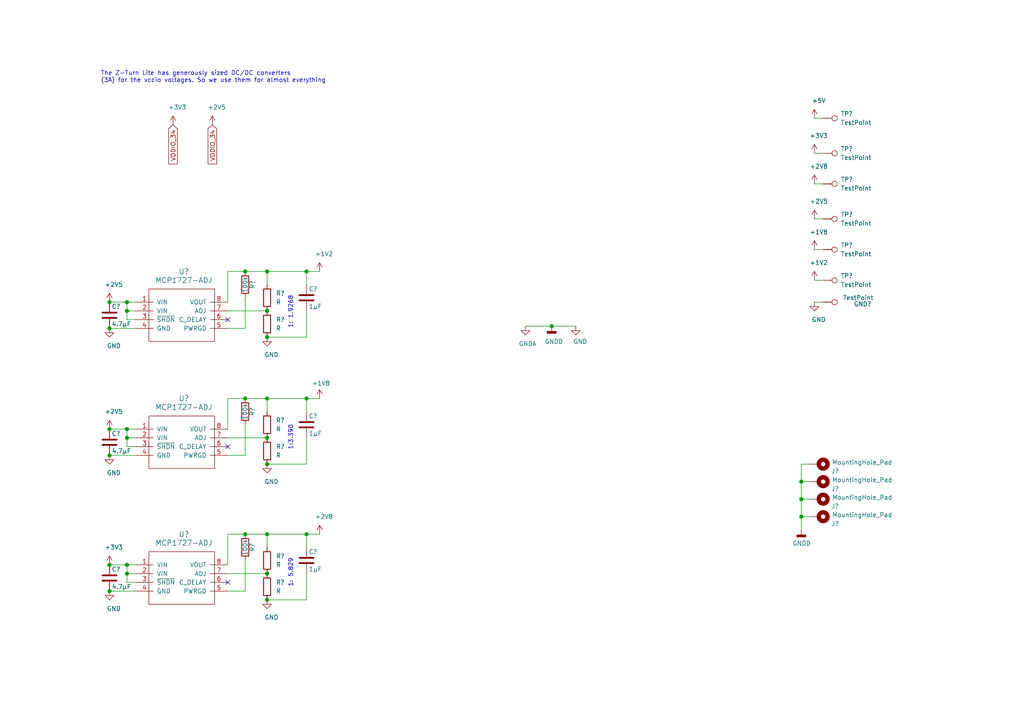
<source format=kicad_sch>
(kicad_sch (version 20201015) (generator eeschema)
  (paper "A4")
  (title_block (title "AXIOM Micro r2.1") (date "2021-01-18") (rev "2.1") (company "Apertus"))
  (lib_symbols
    (symbol "Connector:TestPoint" (pin_numbers hide) (pin_names (offset 0.762) hide)
      (property "Reference" "TP" (at 0 6.858 0))
      (property "Value" "TestPoint" (at 0 5.08 0))
      (symbol "TestPoint_0_1"
        (circle (center 0 3.302) (radius 0.762))
      )
      (symbol "TestPoint_1_1"
        (pin passive line (at 0 0 90) (length 2.54) (name "1") (number "1"))
      )
    )
    (symbol "Device:C" (pin_numbers hide) (pin_names (offset 0.254))
      (property "Reference" "C" (at 0.635 2.54 0))
      (property "Value" "C" (at 0.635 -2.54 0))
      (symbol "C_0_1"
        (polyline (pts (xy -2.032 -0.762) (xy 2.032 -0.762)) (stroke (width 0.508)))
        (polyline (pts (xy -2.032 0.762) (xy 2.032 0.762)) (stroke (width 0.508)))
      )
      (symbol "C_1_1"
        (pin passive line (at 0 3.81 270) (length 2.794) (name "~") (number "1"))
        (pin passive line (at 0 -3.81 90) (length 2.794) (name "~") (number "2"))
      )
    )
    (symbol "Device:R" (pin_numbers hide) (pin_names (offset 0))
      (property "Reference" "R" (at 2.032 0 90))
      (property "Value" "R" (at 0 0 90))
      (symbol "R_0_1"
        (rectangle (start -1.016 -2.54) (end 1.016 2.54) (stroke (width 0.254)))
      )
      (symbol "R_1_1"
        (pin passive line (at 0 3.81 270) (length 1.27) (name "~") (number "1"))
        (pin passive line (at 0 -3.81 90) (length 1.27) (name "~") (number "2"))
      )
    )
    (symbol "Mechanical:MountingHole_Pad" (pin_numbers hide) (pin_names (offset 1.016) hide)
      (property "Reference" "H" (at 0 6.35 0))
      (property "Value" "MountingHole_Pad" (at 0 4.445 0))
      (symbol "MountingHole_Pad_0_1"
        (circle (center 0 1.27) (radius 1.27) (stroke (width 1.27)))
      )
      (symbol "MountingHole_Pad_1_1"
        (pin input line (at 0 -2.54 90) (length 2.54) (name "1") (number "1"))
      )
    )
    (symbol "parts:MCP1727-ADJ" (pin_names (offset 1.016))
      (property "Reference" "U" (at 0 -8.89 0))
      (property "Value" "MCP1727-ADJ" (at 0 8.89 0))
      (symbol "MCP1727-ADJ_0_1"
        (rectangle (start -8.89 7.62) (end 10.16 -7.62))
      )
      (symbol "MCP1727-ADJ_1_1"
        (pin power_in line (at -12.7 3.81 0) (length 5.08) (name "VIN") (number "1"))
        (pin power_in line (at -12.7 1.27 0) (length 5.08) (name "VIN") (number "2"))
        (pin input line (at -12.7 -1.27 0) (length 5.08) (name "~SHDN") (number "3"))
        (pin power_in line (at -12.7 -3.81 0) (length 5.08) (name "GND") (number "4"))
        (pin output line (at 13.97 -3.81 180) (length 5.08) (name "PWRGD") (number "5"))
        (pin input line (at 13.97 -1.27 180) (length 5.08) (name "C_DELAY") (number "6"))
        (pin input line (at 13.97 1.27 180) (length 5.08) (name "ADJ") (number "7"))
        (pin power_out line (at 13.97 3.81 180) (length 5.08) (name "VOUT") (number "8"))
      )
    )
    (symbol "power:+1V2" (power) (pin_names (offset 0))
      (property "Value" "+1V2" (at 0 3.556 0))
      (symbol "+1V2_0_1"
        (polyline (pts (xy -0.762 1.27) (xy 0 2.54)))
        (polyline (pts (xy 0 0) (xy 0 2.54)))
        (polyline (pts (xy 0 2.54) (xy 0.762 1.27)))
      )
      (symbol "+1V2_1_1"
        (pin power_in line (at 0 0 90) (length 0) hide (name "+1V2") (number "1"))
      )
    )
    (symbol "power:+1V8" (power) (pin_names (offset 0))
      (property "Value" "+1V8" (at 0 3.556 0))
      (symbol "+1V8_0_1"
        (polyline (pts (xy -0.762 1.27) (xy 0 2.54)))
        (polyline (pts (xy 0 0) (xy 0 2.54)))
        (polyline (pts (xy 0 2.54) (xy 0.762 1.27)))
      )
      (symbol "+1V8_1_1"
        (pin power_in line (at 0 0 90) (length 0) hide (name "+1V8") (number "1"))
      )
    )
    (symbol "power:+2V5" (power) (pin_names (offset 0))
      (property "Value" "+2V5" (at 0 3.556 0))
      (symbol "+2V5_0_1"
        (polyline (pts (xy -0.762 1.27) (xy 0 2.54)))
        (polyline (pts (xy 0 0) (xy 0 2.54)))
        (polyline (pts (xy 0 2.54) (xy 0.762 1.27)))
      )
      (symbol "+2V5_1_1"
        (pin power_in line (at 0 0 90) (length 0) hide (name "+2V5") (number "1"))
      )
    )
    (symbol "power:+2V8" (power) (pin_names (offset 0))
      (property "Value" "+2V8" (at 0 3.556 0))
      (symbol "+2V8_0_1"
        (polyline (pts (xy -0.762 1.27) (xy 0 2.54)))
        (polyline (pts (xy 0 0) (xy 0 2.54)))
        (polyline (pts (xy 0 2.54) (xy 0.762 1.27)))
      )
      (symbol "+2V8_1_1"
        (pin power_in line (at 0 0 90) (length 0) hide (name "+2V8") (number "1"))
      )
    )
    (symbol "power:+3V3" (power) (pin_names (offset 0))
      (property "Value" "+3V3" (at 0 3.556 0))
      (symbol "+3V3_0_1"
        (polyline (pts (xy -0.762 1.27) (xy 0 2.54)))
        (polyline (pts (xy 0 0) (xy 0 2.54)))
        (polyline (pts (xy 0 2.54) (xy 0.762 1.27)))
      )
      (symbol "+3V3_1_1"
        (pin power_in line (at 0 0 90) (length 0) hide (name "+3V3") (number "1"))
      )
    )
    (symbol "power:+5V" (power) (pin_names (offset 0))
      (property "Value" "+5V" (at 0 3.556 0))
      (symbol "+5V_0_1"
        (polyline (pts (xy -0.762 1.27) (xy 0 2.54)))
        (polyline (pts (xy 0 0) (xy 0 2.54)))
        (polyline (pts (xy 0 2.54) (xy 0.762 1.27)))
      )
      (symbol "+5V_1_1"
        (pin power_in line (at 0 0 90) (length 0) hide (name "+5V") (number "1"))
      )
    )
    (symbol "power:GND" (power) (pin_names (offset 0))
      (property "Value" "GND" (at 0 -3.81 0))
      (symbol "GND_0_1"
        (polyline (pts (xy 0 0) (xy 0 -1.27) (xy 1.27 -1.27) (xy 0 -2.54) (xy -1.27 -1.27) (xy 0 -1.27)))
      )
      (symbol "GND_1_1"
        (pin power_in line (at 0 0 270) (length 0) hide (name "GND") (number "1"))
      )
    )
    (symbol "power:GNDA" (power) (pin_names (offset 0))
      (property "Value" "GNDA" (at 0 -3.81 0))
      (symbol "GNDA_0_1"
        (polyline (pts (xy 0 0) (xy 0 -1.27) (xy 1.27 -1.27) (xy 0 -2.54) (xy -1.27 -1.27) (xy 0 -1.27)))
      )
      (symbol "GNDA_1_1"
        (pin power_in line (at 0 0 270) (length 0) hide (name "GNDA") (number "1"))
      )
    )
    (symbol "power:GNDD" (power) (pin_names (offset 0))
      (property "Value" "GNDD" (at 0 -3.175 0))
      (symbol "GNDD_0_1"
        (rectangle (start -1.27 -1.524) (end 1.27 -2.032) (stroke (width 0.254)) (fill (type outline)))
        (polyline (pts (xy 0 0) (xy 0 -1.524)))
      )
      (symbol "GNDD_1_1"
        (pin power_in line (at 0 0 270) (length 0) hide (name "GNDD") (number "1"))
      )
    )
  )
  (junction (at 31.75 87.63) (diameter 1.016))
  (junction (at 31.75 95.25) (diameter 1.016))
  (junction (at 31.75 124.46) (diameter 1.016))
  (junction (at 31.75 132.08) (diameter 1.016))
  (junction (at 31.75 163.83) (diameter 1.016))
  (junction (at 31.75 171.45) (diameter 1.016))
  (junction (at 36.83 87.63) (diameter 1.016))
  (junction (at 36.83 90.17) (diameter 1.016))
  (junction (at 36.83 124.46) (diameter 1.016))
  (junction (at 36.83 127) (diameter 1.016))
  (junction (at 36.83 163.83) (diameter 1.016))
  (junction (at 36.83 166.37) (diameter 1.016))
  (junction (at 71.12 78.74) (diameter 1.016))
  (junction (at 71.12 115.57) (diameter 1.016))
  (junction (at 71.12 154.94) (diameter 1.016))
  (junction (at 77.47 78.74) (diameter 1.016))
  (junction (at 77.47 90.17) (diameter 1.016))
  (junction (at 77.47 97.79) (diameter 1.016))
  (junction (at 77.47 115.57) (diameter 1.016))
  (junction (at 77.47 127) (diameter 1.016))
  (junction (at 77.47 134.62) (diameter 1.016))
  (junction (at 77.47 154.94) (diameter 1.016))
  (junction (at 77.47 166.37) (diameter 1.016))
  (junction (at 77.47 173.99) (diameter 1.016))
  (junction (at 88.9 78.74) (diameter 1.016))
  (junction (at 88.9 115.57) (diameter 1.016))
  (junction (at 88.9 154.94) (diameter 1.016))
  (junction (at 160.02 94.615) (diameter 1.016))
  (junction (at 232.41 139.7) (diameter 1.016))
  (junction (at 232.41 144.78) (diameter 1.016))
  (junction (at 232.41 149.86) (diameter 1.016))
  (no_connect (at 66.04 92.71))
  (no_connect (at 66.04 129.54))
  (no_connect (at 66.04 168.91))
  (wire (pts (xy 31.75 87.63) (xy 36.83 87.63)))
  (wire (pts (xy 31.75 95.25) (xy 39.37 95.25)))
  (wire (pts (xy 31.75 124.46) (xy 36.83 124.46)))
  (wire (pts (xy 31.75 132.08) (xy 39.37 132.08)))
  (wire (pts (xy 31.75 163.83) (xy 36.83 163.83)))
  (wire (pts (xy 31.75 171.45) (xy 39.37 171.45)))
  (wire (pts (xy 36.83 87.63) (xy 36.83 90.17)))
  (wire (pts (xy 36.83 87.63) (xy 39.37 87.63)))
  (wire (pts (xy 36.83 90.17) (xy 36.83 92.71)))
  (wire (pts (xy 36.83 90.17) (xy 39.37 90.17)))
  (wire (pts (xy 36.83 92.71) (xy 39.37 92.71)))
  (wire (pts (xy 36.83 124.46) (xy 36.83 127)))
  (wire (pts (xy 36.83 124.46) (xy 39.37 124.46)))
  (wire (pts (xy 36.83 127) (xy 36.83 129.54)))
  (wire (pts (xy 36.83 127) (xy 39.37 127)))
  (wire (pts (xy 36.83 129.54) (xy 39.37 129.54)))
  (wire (pts (xy 36.83 163.83) (xy 36.83 166.37)))
  (wire (pts (xy 36.83 163.83) (xy 39.37 163.83)))
  (wire (pts (xy 36.83 166.37) (xy 36.83 168.91)))
  (wire (pts (xy 36.83 166.37) (xy 39.37 166.37)))
  (wire (pts (xy 36.83 168.91) (xy 39.37 168.91)))
  (wire (pts (xy 66.04 78.74) (xy 66.04 87.63)))
  (wire (pts (xy 66.04 78.74) (xy 71.12 78.74)))
  (wire (pts (xy 66.04 90.17) (xy 77.47 90.17)))
  (wire (pts (xy 66.04 95.25) (xy 71.12 95.25)))
  (wire (pts (xy 66.04 115.57) (xy 66.04 124.46)))
  (wire (pts (xy 66.04 115.57) (xy 71.12 115.57)))
  (wire (pts (xy 66.04 127) (xy 77.47 127)))
  (wire (pts (xy 66.04 132.08) (xy 71.12 132.08)))
  (wire (pts (xy 66.04 154.94) (xy 66.04 163.83)))
  (wire (pts (xy 66.04 154.94) (xy 71.12 154.94)))
  (wire (pts (xy 66.04 166.37) (xy 77.47 166.37)))
  (wire (pts (xy 66.04 171.45) (xy 71.12 171.45)))
  (wire (pts (xy 71.12 95.25) (xy 71.12 86.36)))
  (wire (pts (xy 71.12 132.08) (xy 71.12 123.19)))
  (wire (pts (xy 71.12 171.45) (xy 71.12 162.56)))
  (wire (pts (xy 77.47 78.74) (xy 71.12 78.74)))
  (wire (pts (xy 77.47 82.55) (xy 77.47 78.74)))
  (wire (pts (xy 77.47 115.57) (xy 71.12 115.57)))
  (wire (pts (xy 77.47 119.38) (xy 77.47 115.57)))
  (wire (pts (xy 77.47 154.94) (xy 71.12 154.94)))
  (wire (pts (xy 77.47 158.75) (xy 77.47 154.94)))
  (wire (pts (xy 88.9 78.74) (xy 77.47 78.74)))
  (wire (pts (xy 88.9 78.74) (xy 92.71 78.74)))
  (wire (pts (xy 88.9 82.55) (xy 88.9 78.74)))
  (wire (pts (xy 88.9 90.17) (xy 88.9 97.79)))
  (wire (pts (xy 88.9 97.79) (xy 77.47 97.79)))
  (wire (pts (xy 88.9 115.57) (xy 77.47 115.57)))
  (wire (pts (xy 88.9 115.57) (xy 92.71 115.57)))
  (wire (pts (xy 88.9 119.38) (xy 88.9 115.57)))
  (wire (pts (xy 88.9 127) (xy 88.9 134.62)))
  (wire (pts (xy 88.9 134.62) (xy 77.47 134.62)))
  (wire (pts (xy 88.9 154.94) (xy 77.47 154.94)))
  (wire (pts (xy 88.9 154.94) (xy 92.71 154.94)))
  (wire (pts (xy 88.9 158.75) (xy 88.9 154.94)))
  (wire (pts (xy 88.9 166.37) (xy 88.9 173.99)))
  (wire (pts (xy 88.9 173.99) (xy 77.47 173.99)))
  (wire (pts (xy 152.4 94.615) (xy 160.02 94.615)))
  (wire (pts (xy 160.02 94.615) (xy 167.005 94.615)))
  (wire (pts (xy 232.41 134.62) (xy 232.41 139.7)))
  (wire (pts (xy 232.41 134.62) (xy 234.95 134.62)))
  (wire (pts (xy 232.41 139.7) (xy 232.41 144.78)))
  (wire (pts (xy 232.41 139.7) (xy 234.95 139.7)))
  (wire (pts (xy 232.41 144.78) (xy 232.41 149.86)))
  (wire (pts (xy 232.41 144.78) (xy 234.95 144.78)))
  (wire (pts (xy 232.41 149.86) (xy 232.41 153.67)))
  (wire (pts (xy 232.41 149.86) (xy 234.95 149.86)))
  (wire (pts (xy 236.22 34.29) (xy 238.76 34.29)))
  (wire (pts (xy 236.22 44.45) (xy 238.76 44.45)))
  (wire (pts (xy 236.22 53.34) (xy 238.76 53.34)))
  (wire (pts (xy 236.22 63.5) (xy 238.76 63.5)))
  (wire (pts (xy 236.22 72.39) (xy 238.76 72.39)))
  (wire (pts (xy 236.22 81.28) (xy 238.76 81.28)))
  (wire (pts (xy 236.22 87.63) (xy 238.76 87.63)))
  (text "The Z-Turn Lite has generously sized DC/DC converters\n(3A) for the vccio voltages. So we use them for almost everything" (at 29.21 24.13 0) (effects (font (size 1.27 1.27)) (justify left bottom)))
  (text "1: 1.9268" (at 85.09 85.725 270) (effects (font (size 1.27 1.27)) (justify right bottom)))
  (text "1:3.390" (at 85.09 123.19 270) (effects (font (size 1.27 1.27)) (justify right bottom)))
  (text "1: 5.829" (at 85.09 161.925 270) (effects (font (size 1.27 1.27)) (justify right bottom)))
  (global_label "VDDIO_34" (shape input) (at 50.165 36.195 270) (property "Intersheet References" "${INTERSHEET_REFS}" (effects hide)))
  (global_label "VDDIO_34" (shape input) (at 61.595 36.195 270) (property "Intersheet References" "${INTERSHEET_REFS}" (effects hide)))
  (symbol (lib_id "Connector:TestPoint") (at 238.76 34.29 270) (unit 1)
    (property "Reference" "TP?" (at 243.84 33.02 90) (effects (justify left)))
    (property "Value" "TestPoint" (at 243.84 35.56 90) (effects (justify left)))
  )
  (symbol (lib_id "Connector:TestPoint") (at 238.76 44.45 270) (unit 1)
    (property "Reference" "TP?" (at 243.84 43.18 90) (effects (justify left)))
    (property "Value" "TestPoint" (at 243.84 45.72 90) (effects (justify left)))
  )
  (symbol (lib_id "Connector:TestPoint") (at 238.76 53.34 270) (unit 1)
    (property "Reference" "TP?" (at 243.84 52.07 90) (effects (justify left)))
    (property "Value" "TestPoint" (at 243.84 54.61 90) (effects (justify left)))
  )
  (symbol (lib_id "Connector:TestPoint") (at 238.76 63.5 270) (unit 1)
    (property "Reference" "TP?" (at 243.84 62.23 90) (effects (justify left)))
    (property "Value" "TestPoint" (at 243.84 64.77 90) (effects (justify left)))
  )
  (symbol (lib_id "Connector:TestPoint") (at 238.76 72.39 270) (unit 1)
    (property "Reference" "TP?" (at 243.84 71.12 90) (effects (justify left)))
    (property "Value" "TestPoint" (at 243.84 73.66 90) (effects (justify left)))
  )
  (symbol (lib_id "Connector:TestPoint") (at 238.76 81.28 270) (unit 1)
    (property "Reference" "TP?" (at 243.84 80.01 90) (effects (justify left)))
    (property "Value" "TestPoint" (at 243.84 82.55 90) (effects (justify left)))
  )
  (symbol (lib_id "Connector:TestPoint") (at 238.76 87.63 270) (unit 1)
    (property "Reference" "GND?" (at 250.19 88.9 90) (effects (justify bottom)))
    (property "Value" "TestPoint" (at 248.92 86.36 90))
    (property "Footprint" "Connectors_TestPoints:Test_Point_Pad_2.0x2.0mm" (effects hide))
  )
  (symbol (lib_id "power:+2V5") (at 31.75 87.63 0) (unit 1)
    (property "Reference" "#PWR?" (effects hide))
    (property "Value" "+2V5" (at 33.02 82.55 0))
  )
  (symbol (lib_id "power:+2V5") (at 31.75 124.46 0) (unit 1)
    (property "Reference" "#PWR?" (effects hide))
    (property "Value" "+2V5" (at 33.02 119.38 0))
  )
  (symbol (lib_id "power:+3V3") (at 31.75 163.83 0) (unit 1)
    (property "Reference" "#PWR?" (effects hide))
    (property "Value" "+3V3" (at 33.02 158.75 0))
  )
  (symbol (lib_id "power:+3V3") (at 50.165 36.195 0) (unit 1)
    (property "Reference" "#PWR?" (effects hide))
    (property "Value" "+3V3" (at 51.435 31.115 0))
  )
  (symbol (lib_id "power:+2V5") (at 61.595 36.195 0) (unit 1)
    (property "Reference" "#PWR?" (effects hide))
    (property "Value" "+2V5" (at 62.865 31.115 0))
  )
  (symbol (lib_id "power:+1V2") (at 92.71 78.74 0) (unit 1)
    (property "Reference" "#PWR?" (effects hide))
    (property "Value" "+1V2" (at 93.98 73.66 0))
  )
  (symbol (lib_id "power:+1V8") (at 92.71 115.57 0) (unit 1)
    (property "Reference" "#PWR?" (effects hide))
    (property "Value" "+1V8" (at 93.091 111.1758 0))
  )
  (symbol (lib_id "power:+2V8") (at 92.71 154.94 0) (unit 1)
    (property "Reference" "#PWR?" (effects hide))
    (property "Value" "+2V8" (at 93.98 149.86 0))
  )
  (symbol (lib_id "power:+5V") (at 236.22 34.29 0) (unit 1)
    (property "Reference" "#PWR?" (effects hide))
    (property "Value" "+5V" (at 237.49 29.21 0))
  )
  (symbol (lib_id "power:+3V3") (at 236.22 44.45 0) (unit 1)
    (property "Reference" "#PWR?" (effects hide))
    (property "Value" "+3V3" (at 237.49 39.37 0))
  )
  (symbol (lib_id "power:+2V8") (at 236.22 53.34 0) (unit 1)
    (property "Reference" "#PWR?" (effects hide))
    (property "Value" "+2V8" (at 237.49 48.26 0))
  )
  (symbol (lib_id "power:+2V5") (at 236.22 63.5 0) (unit 1)
    (property "Reference" "#PWR?" (effects hide))
    (property "Value" "+2V5" (at 237.49 58.42 0))
  )
  (symbol (lib_id "power:+1V8") (at 236.22 72.39 0) (unit 1)
    (property "Reference" "#PWR?" (effects hide))
    (property "Value" "+1V8" (at 237.49 67.31 0))
  )
  (symbol (lib_id "power:+1V2") (at 236.22 81.28 0) (unit 1)
    (property "Reference" "#PWR?" (effects hide))
    (property "Value" "+1V2" (at 237.49 76.2 0))
  )
  (symbol (lib_id "power:GNDD") (at 160.02 94.615 0) (unit 1)
    (property "Reference" "#PWR?" (effects hide))
    (property "Value" "GNDD" (at 160.655 99.06 0))
  )
  (symbol (lib_id "power:GNDD") (at 232.41 153.67 0) (unit 1)
    (property "Reference" "#PWR?" (effects hide))
    (property "Value" "GNDD" (at 232.5116 157.607 0))
  )
  (symbol (lib_id "power:GND") (at 31.75 95.25 0) (unit 1)
    (property "Reference" "#PWR?" (effects hide))
    (property "Value" "GND" (at 33.02 100.33 0))
  )
  (symbol (lib_id "power:GND") (at 31.75 132.08 0) (unit 1)
    (property "Reference" "#PWR?" (effects hide))
    (property "Value" "GND" (at 33.02 137.16 0))
  )
  (symbol (lib_id "power:GND") (at 31.75 171.45 0) (unit 1)
    (property "Reference" "#PWR?" (effects hide))
    (property "Value" "GND" (at 33.02 176.53 0))
  )
  (symbol (lib_id "power:GND") (at 77.47 97.79 0) (unit 1)
    (property "Reference" "#PWR?" (effects hide))
    (property "Value" "GND" (at 78.74 102.87 0))
  )
  (symbol (lib_id "power:GND") (at 77.47 134.62 0) (unit 1)
    (property "Reference" "#PWR?" (effects hide))
    (property "Value" "GND" (at 78.74 139.7 0))
  )
  (symbol (lib_id "power:GND") (at 77.47 173.99 0) (unit 1)
    (property "Reference" "#PWR?" (effects hide))
    (property "Value" "GND" (at 78.74 179.07 0))
  )
  (symbol (lib_id "power:GNDA") (at 152.4 94.615 0) (unit 1)
    (property "Reference" "#PWR?" (effects hide))
    (property "Value" "GNDA" (at 153.035 99.695 0))
  )
  (symbol (lib_id "power:GND") (at 167.005 94.615 0) (unit 1)
    (property "Reference" "#PWR?" (effects hide))
    (property "Value" "GND" (at 168.275 99.06 0))
  )
  (symbol (lib_id "power:GND") (at 236.22 87.63 0) (unit 1)
    (property "Reference" "#PWR?" (effects hide))
    (property "Value" "GND" (at 237.49 92.71 0))
  )
  (symbol (lib_id "Device:R") (at 71.12 82.55 0) (unit 1)
    (property "Reference" "R?" (at 73.152 82.55 90))
    (property "Value" "100k" (at 71.12 82.55 90))
    (property "Footprint" "Resistors_SMD:R_0603_HandSoldering" (effects hide))
  )
  (symbol (lib_id "Device:R") (at 71.12 119.38 0) (unit 1)
    (property "Reference" "R?" (at 73.152 119.38 90))
    (property "Value" "100k" (at 71.12 119.38 90))
    (property "Footprint" "Resistors_SMD:R_0603_HandSoldering" (effects hide))
  )
  (symbol (lib_id "Device:R") (at 71.12 158.75 0) (unit 1)
    (property "Reference" "R?" (at 73.152 158.75 90))
    (property "Value" "100k" (at 71.12 158.75 90))
    (property "Footprint" "Resistors_SMD:R_0603_HandSoldering" (effects hide))
  )
  (symbol (lib_id "Device:R") (at 77.47 86.36 0) (unit 1)
    (property "Reference" "R?" (at 80.01 85.09 0) (effects (justify left)))
    (property "Value" "R" (at 80.01 87.63 0) (effects (justify left)))
  )
  (symbol (lib_id "Device:R") (at 77.47 93.98 0) (unit 1)
    (property "Reference" "R?" (at 80.01 92.71 0) (effects (justify left)))
    (property "Value" "R" (at 80.01 95.25 0) (effects (justify left)))
  )
  (symbol (lib_id "Device:R") (at 77.47 123.19 0) (unit 1)
    (property "Reference" "R?" (at 80.01 121.92 0) (effects (justify left)))
    (property "Value" "R" (at 80.01 124.46 0) (effects (justify left)))
  )
  (symbol (lib_id "Device:R") (at 77.47 130.81 0) (unit 1)
    (property "Reference" "R?" (at 80.01 129.54 0) (effects (justify left)))
    (property "Value" "R" (at 80.01 132.08 0) (effects (justify left)))
  )
  (symbol (lib_id "Device:R") (at 77.47 162.56 0) (unit 1)
    (property "Reference" "R?" (at 80.01 161.29 0) (effects (justify left)))
    (property "Value" "R" (at 80.01 163.83 0) (effects (justify left)))
  )
  (symbol (lib_id "Device:R") (at 77.47 170.18 0) (unit 1)
    (property "Reference" "R?" (at 80.01 168.91 0) (effects (justify left)))
    (property "Value" "R" (at 80.01 171.45 0) (effects (justify left)))
  )
  (symbol (lib_id "Mechanical:MountingHole_Pad") (at 237.49 134.62 270) (unit 1)
    (property "Reference" "J?" (at 241.0968 136.652 90) (effects (justify left)))
    (property "Value" "MountingHole_Pad" (at 241.3254 134.112 90) (effects (justify left)))
    (property "Footprint" "Mounting_Holes:MountingHole_3.2mm_M3_Pad" (effects hide))
  )
  (symbol (lib_id "Mechanical:MountingHole_Pad") (at 237.49 139.7 270) (unit 1)
    (property "Reference" "J?" (at 241.0968 141.732 90) (effects (justify left)))
    (property "Value" "MountingHole_Pad" (at 241.3254 139.192 90) (effects (justify left)))
    (property "Footprint" "Mounting_Holes:MountingHole_3.2mm_M3_Pad" (effects hide))
  )
  (symbol (lib_id "Mechanical:MountingHole_Pad") (at 237.49 144.78 270) (unit 1)
    (property "Reference" "J?" (at 241.0968 146.812 90) (effects (justify left)))
    (property "Value" "MountingHole_Pad" (at 241.3254 144.272 90) (effects (justify left)))
    (property "Footprint" "Mounting_Holes:MountingHole_3.2mm_M3_Pad" (effects hide))
  )
  (symbol (lib_id "Mechanical:MountingHole_Pad") (at 237.49 149.86 270) (unit 1)
    (property "Reference" "J?" (at 241.0968 151.892 90) (effects (justify left)))
    (property "Value" "MountingHole_Pad" (at 241.3254 149.352 90) (effects (justify left)))
    (property "Footprint" "Mounting_Holes:MountingHole_3.2mm_M3_Pad" (effects hide))
  )
  (symbol (lib_id "Device:C") (at 31.75 91.44 0) (unit 1)
    (property "Reference" "C?" (at 32.385 88.9 0) (effects (justify left)))
    (property "Value" "4.7µF" (at 32.385 93.98 0) (effects (justify left)))
    (property "Footprint" "Capacitors_SMD:C_0603_HandSoldering" (effects hide))
  )
  (symbol (lib_id "Device:C") (at 31.75 128.27 0) (unit 1)
    (property "Reference" "C?" (at 32.385 125.73 0) (effects (justify left)))
    (property "Value" "4.7µF" (at 32.385 130.81 0) (effects (justify left)))
    (property "Footprint" "Capacitors_SMD:C_0603_HandSoldering" (effects hide))
  )
  (symbol (lib_id "Device:C") (at 31.75 167.64 0) (unit 1)
    (property "Reference" "C?" (at 32.385 165.1 0) (effects (justify left)))
    (property "Value" "4.7µF" (at 32.385 170.18 0) (effects (justify left)))
    (property "Footprint" "Capacitors_SMD:C_0603_HandSoldering" (effects hide))
  )
  (symbol (lib_id "Device:C") (at 88.9 86.36 0) (unit 1)
    (property "Reference" "C?" (at 89.535 83.82 0) (effects (justify left)))
    (property "Value" "1µF" (at 89.535 88.9 0) (effects (justify left)))
    (property "Footprint" "Capacitors_SMD:C_0402" (effects hide))
  )
  (symbol (lib_id "Device:C") (at 88.9 123.19 0) (unit 1)
    (property "Reference" "C?" (at 89.535 120.65 0) (effects (justify left)))
    (property "Value" "1µF" (at 89.535 125.73 0) (effects (justify left)))
    (property "Footprint" "Capacitors_SMD:C_0402" (effects hide))
  )
  (symbol (lib_id "Device:C") (at 88.9 162.56 0) (unit 1)
    (property "Reference" "C?" (at 89.535 160.02 0) (effects (justify left)))
    (property "Value" "1µF" (at 89.535 165.1 0) (effects (justify left)))
    (property "Footprint" "Capacitors_SMD:C_0402" (effects hide))
  )
  (symbol (lib_id "parts:MCP1727-ADJ") (at 52.07 91.44 0) (unit 1)
    (property "Reference" "U?" (at 53.34 78.74 0) (effects (font (size 1.524 1.524))))
    (property "Value" "MCP1727-ADJ" (at 53.34 81.28 0) (effects (font (size 1.524 1.524))))
  )
  (symbol (lib_id "parts:MCP1727-ADJ") (at 52.07 128.27 0) (unit 1)
    (property "Reference" "U?" (at 53.34 115.57 0) (effects (font (size 1.524 1.524))))
    (property "Value" "MCP1727-ADJ" (at 53.34 118.11 0) (effects (font (size 1.524 1.524))))
  )
  (symbol (lib_id "parts:MCP1727-ADJ") (at 52.07 167.64 0) (unit 1)
    (property "Reference" "U?" (at 53.34 154.94 0) (effects (font (size 1.524 1.524))))
    (property "Value" "MCP1727-ADJ" (at 53.34 157.48 0) (effects (font (size 1.524 1.524))))
  )
)
</source>
